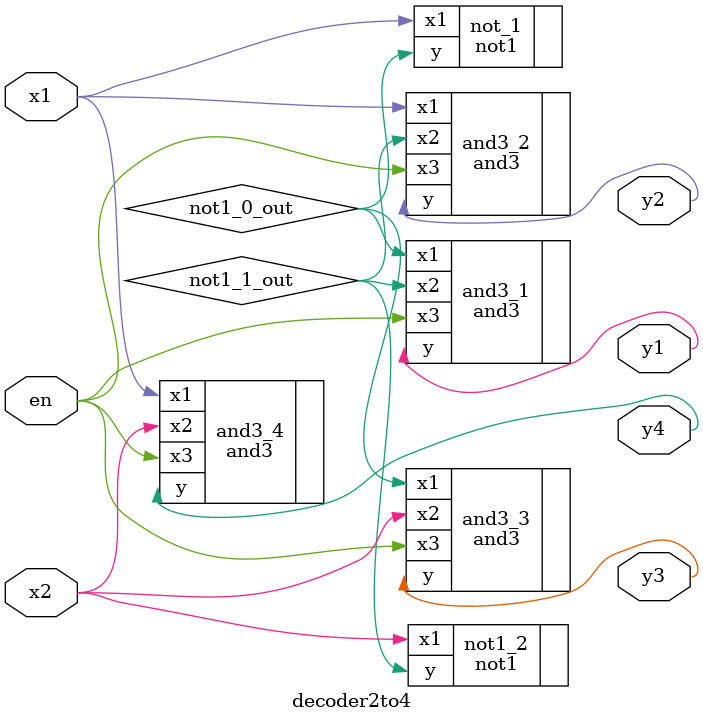
<source format=v>
`timescale 1ns / 1ps


module decoder2to4(
    input x1,
    input x2,
    input en,
    output y1,
    output y2,
    output y3,
    output y4
    );
    
    wire not1_1_out;
    wire not1_2_out;
    
    not1 not_1(
        .x1(x1),
        .y(not1_0_out)
    );
    
    not1 not1_2(
        .x1(x2),
        .y(not1_1_out)
    );
    
    and3 and3_1 (
        .x1(not1_0_out),
        .x2(not1_1_out),
        .x3(en),
        .y(y1)
    );
    
    and3 and3_2 (
        .x1(x1),
        .x2(not1_1_out),
        .x3(en),
        .y(y2)
    );
    
    and3 and3_3 (
        .x1(not1_0_out),
        .x2(x2),
        .x3(en),
        .y(y3)
    );
    
    and3 and3_4 (
        .x1(x1),
        .x2(x2),
        .x3(en),
        .y(y4)
    );
    
    
    
    
endmodule

</source>
